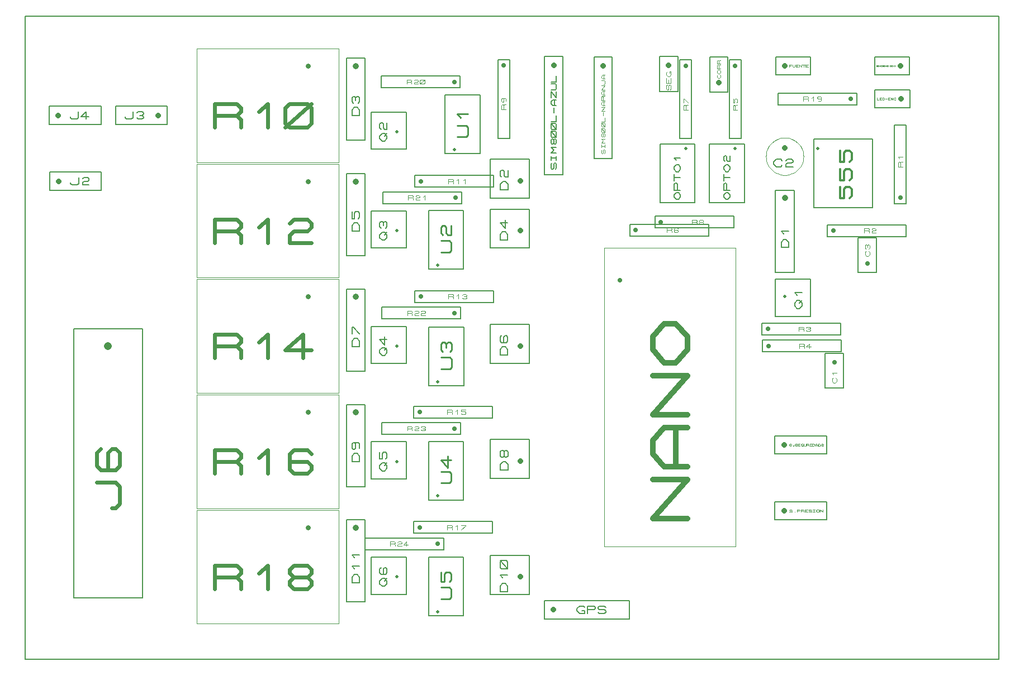
<source format=gbr>
G04 PROTEUS GERBER X2 FILE*
%TF.GenerationSoftware,Labcenter,Proteus,8.11-SP0-Build30052*%
%TF.CreationDate,2022-11-07T16:30:26+00:00*%
%TF.FileFunction,AssemblyDrawing,Top*%
%TF.FilePolarity,Positive*%
%TF.Part,Single*%
%TF.SameCoordinates,{2811b8d5-d4f7-46d7-8bd2-63344e37ddfc}*%
%FSLAX45Y45*%
%MOMM*%
G01*
%TA.AperFunction,Material*%
%ADD27C,0.100000*%
%ADD42C,0.664000*%
%ADD43C,0.875980*%
%ADD28C,0.203200*%
%ADD44C,0.508000*%
%ADD45C,0.155950*%
%ADD46C,0.711200*%
%ADD47C,0.110230*%
%ADD48C,0.302420*%
%ADD49C,0.812800*%
%ADD50C,0.089740*%
%ADD51C,0.133350*%
%ADD52C,0.050800*%
%ADD53C,0.184240*%
%ADD54C,0.111760*%
%ADD55C,0.914400*%
%ADD56C,0.186690*%
%ADD57C,0.180800*%
%ADD58C,0.048680*%
%ADD59C,0.055030*%
%ADD60C,0.780000*%
%ADD61C,0.593260*%
%ADD62C,0.259920*%
%ADD63C,0.190500*%
%ADD64C,0.036680*%
%ADD65C,0.047170*%
%ADD66C,0.082550*%
%ADD67C,0.177800*%
%ADD68C,0.064910*%
%ADD69C,1.219200*%
%ADD74C,0.568960*%
%TA.AperFunction,Profile*%
%ADD26C,0.203200*%
%TD.AperFunction*%
D27*
X-975000Y-1543000D02*
X+1015000Y-1543000D01*
X+1015000Y+2987000D01*
X-975000Y+2987000D01*
X-975000Y-1543000D01*
D42*
X-742000Y+2500000D02*
X-742000Y+2500000D01*
D43*
X+282794Y-1117364D02*
X-242794Y-1117364D01*
X+282794Y-526078D01*
X-242794Y-526078D01*
X+282794Y-328982D02*
X-67598Y-328982D01*
X-242794Y-131887D01*
X-242794Y+65209D01*
X-67598Y+262304D01*
X+282794Y+262304D01*
X+107598Y-328982D02*
X+107598Y+262304D01*
X+282794Y+459400D02*
X-242794Y+459400D01*
X+282794Y+1050686D01*
X-242794Y+1050686D01*
X-67598Y+1247782D02*
X-242794Y+1444877D01*
X-242794Y+1641973D01*
X-67598Y+1839068D01*
X+107598Y+1839068D01*
X+282794Y+1641973D01*
X+282794Y+1444877D01*
X+107598Y+1247782D01*
X-67598Y+1247782D01*
D28*
X-133160Y+3674500D02*
X+395160Y+3674500D01*
X+395160Y+4563500D01*
X-133160Y+4563500D01*
X-133160Y+3674500D01*
D44*
X+258000Y+4500000D02*
X+258000Y+4500000D01*
D45*
X+115405Y+3723650D02*
X+84214Y+3758740D01*
X+84214Y+3793830D01*
X+115405Y+3828920D01*
X+146596Y+3828920D01*
X+177787Y+3793830D01*
X+177787Y+3758740D01*
X+146596Y+3723650D01*
X+115405Y+3723650D01*
X+177787Y+3864010D02*
X+84214Y+3864010D01*
X+84214Y+3951735D01*
X+99809Y+3969280D01*
X+115405Y+3969280D01*
X+131000Y+3951735D01*
X+131000Y+3864010D01*
X+84214Y+4004370D02*
X+84214Y+4109640D01*
X+84214Y+4057005D02*
X+177787Y+4057005D01*
X+115405Y+4144730D02*
X+84214Y+4179820D01*
X+84214Y+4214910D01*
X+115405Y+4250000D01*
X+146596Y+4250000D01*
X+177787Y+4214910D01*
X+177787Y+4179820D01*
X+146596Y+4144730D01*
X+115405Y+4144730D01*
X+115405Y+4320180D02*
X+84214Y+4355270D01*
X+177787Y+4355270D01*
D28*
X+616840Y+3674500D02*
X+1145160Y+3674500D01*
X+1145160Y+4563500D01*
X+616840Y+4563500D01*
X+616840Y+3674500D01*
D44*
X+1008000Y+4500000D02*
X+1008000Y+4500000D01*
D45*
X+865405Y+3723650D02*
X+834214Y+3758740D01*
X+834214Y+3793830D01*
X+865405Y+3828920D01*
X+896596Y+3828920D01*
X+927787Y+3793830D01*
X+927787Y+3758740D01*
X+896596Y+3723650D01*
X+865405Y+3723650D01*
X+927787Y+3864010D02*
X+834214Y+3864010D01*
X+834214Y+3951735D01*
X+849809Y+3969280D01*
X+865405Y+3969280D01*
X+881000Y+3951735D01*
X+881000Y+3864010D01*
X+834214Y+4004370D02*
X+834214Y+4109640D01*
X+834214Y+4057005D02*
X+927787Y+4057005D01*
X+865405Y+4144730D02*
X+834214Y+4179820D01*
X+834214Y+4214910D01*
X+865405Y+4250000D01*
X+896596Y+4250000D01*
X+927787Y+4214910D01*
X+927787Y+4179820D01*
X+896596Y+4144730D01*
X+865405Y+4144730D01*
X+849809Y+4302635D02*
X+834214Y+4320180D01*
X+834214Y+4372815D01*
X+849809Y+4390360D01*
X+865405Y+4390360D01*
X+881000Y+4372815D01*
X+881000Y+4320180D01*
X+896596Y+4302635D01*
X+927787Y+4302635D01*
X+927787Y+4390360D01*
D28*
X+169100Y+4645100D02*
X+346900Y+4645100D01*
X+346900Y+5838900D01*
X+169100Y+5838900D01*
X+169100Y+4645100D01*
D46*
X+258000Y+5750000D02*
X+258000Y+5750000D01*
D47*
X+291071Y+5080558D02*
X+224930Y+5080558D01*
X+224930Y+5142565D01*
X+235953Y+5154967D01*
X+246977Y+5154967D01*
X+258000Y+5142565D01*
X+258000Y+5080558D01*
X+258000Y+5142565D02*
X+269024Y+5154967D01*
X+291071Y+5154967D01*
X+224930Y+5192171D02*
X+224930Y+5254179D01*
X+235953Y+5254179D01*
X+291071Y+5192171D01*
D28*
X-209900Y+3290100D02*
X+983900Y+3290100D01*
X+983900Y+3467900D01*
X-209900Y+3467900D01*
X-209900Y+3290100D01*
D46*
X-121000Y+3379000D02*
X-121000Y+3379000D01*
D47*
X+350018Y+3345929D02*
X+350018Y+3412070D01*
X+412025Y+3412070D01*
X+424427Y+3401047D01*
X+424427Y+3390023D01*
X+412025Y+3379000D01*
X+350018Y+3379000D01*
X+412025Y+3379000D02*
X+424427Y+3367976D01*
X+424427Y+3345929D01*
X+474033Y+3379000D02*
X+461631Y+3390023D01*
X+461631Y+3401047D01*
X+474033Y+3412070D01*
X+511237Y+3412070D01*
X+523639Y+3401047D01*
X+523639Y+3390023D01*
X+511237Y+3379000D01*
X+474033Y+3379000D01*
X+461631Y+3367976D01*
X+461631Y+3356952D01*
X+474033Y+3345929D01*
X+511237Y+3345929D01*
X+523639Y+3356952D01*
X+523639Y+3367976D01*
X+511237Y+3379000D01*
D28*
X-588900Y+3169100D02*
X+604900Y+3169100D01*
X+604900Y+3346900D01*
X-588900Y+3346900D01*
X-588900Y+3169100D01*
D46*
X-500000Y+3258000D02*
X-500000Y+3258000D01*
D47*
X-28982Y+3224929D02*
X-28982Y+3291070D01*
X+33025Y+3291070D01*
X+45427Y+3280047D01*
X+45427Y+3269023D01*
X+33025Y+3258000D01*
X-28982Y+3258000D01*
X+33025Y+3258000D02*
X+45427Y+3246976D01*
X+45427Y+3224929D01*
X+144639Y+3280047D02*
X+132237Y+3291070D01*
X+95033Y+3291070D01*
X+82631Y+3280047D01*
X+82631Y+3235952D01*
X+95033Y+3224929D01*
X+132237Y+3224929D01*
X+144639Y+3235952D01*
X+144639Y+3246976D01*
X+132237Y+3258000D01*
X+82631Y+3258000D01*
D28*
X+919100Y+4645100D02*
X+1096900Y+4645100D01*
X+1096900Y+5838900D01*
X+919100Y+5838900D01*
X+919100Y+4645100D01*
D46*
X+1008000Y+5750000D02*
X+1008000Y+5750000D01*
D47*
X+1041071Y+5080558D02*
X+974930Y+5080558D01*
X+974930Y+5142565D01*
X+985953Y+5154967D01*
X+996977Y+5154967D01*
X+1008000Y+5142565D01*
X+1008000Y+5080558D01*
X+1008000Y+5142565D02*
X+1019024Y+5154967D01*
X+1041071Y+5154967D01*
X+974930Y+5254179D02*
X+974930Y+5192171D01*
X+996977Y+5192171D01*
X+996977Y+5241777D01*
X+1008000Y+5254179D01*
X+1030048Y+5254179D01*
X+1041071Y+5241777D01*
X+1041071Y+5204573D01*
X+1030048Y+5192171D01*
D28*
X+2194500Y+3600840D02*
X+3083500Y+3600840D01*
X+3083500Y+4637160D01*
X+2194500Y+4637160D01*
X+2194500Y+3600840D01*
D44*
X+2258000Y+4500000D02*
X+2258000Y+4500000D01*
D48*
X+2592721Y+3914860D02*
X+2592721Y+3744744D01*
X+2653207Y+3744744D01*
X+2653207Y+3880837D01*
X+2683450Y+3914860D01*
X+2743936Y+3914860D01*
X+2774179Y+3880837D01*
X+2774179Y+3778767D01*
X+2743936Y+3744744D01*
X+2592721Y+4187046D02*
X+2592721Y+4016930D01*
X+2653207Y+4016930D01*
X+2653207Y+4153023D01*
X+2683450Y+4187046D01*
X+2743936Y+4187046D01*
X+2774179Y+4153023D01*
X+2774179Y+4050953D01*
X+2743936Y+4016930D01*
X+2592721Y+4459232D02*
X+2592721Y+4289116D01*
X+2653207Y+4289116D01*
X+2653207Y+4425209D01*
X+2683450Y+4459232D01*
X+2743936Y+4459232D01*
X+2774179Y+4425209D01*
X+2774179Y+4323139D01*
X+2743936Y+4289116D01*
D28*
X-1129160Y+4342840D02*
X-854840Y+4342840D01*
X-854840Y+5887160D01*
X-1129160Y+5887160D01*
X-1129160Y+4342840D01*
D49*
X-992000Y+5750000D02*
X-992000Y+5750000D01*
D50*
X-974050Y+4420318D02*
X-965076Y+4430414D01*
X-965076Y+4470799D01*
X-974050Y+4480896D01*
X-983025Y+4480896D01*
X-992000Y+4470799D01*
X-992000Y+4430414D01*
X-1000974Y+4420318D01*
X-1009949Y+4420318D01*
X-1018923Y+4430414D01*
X-1018923Y+4470799D01*
X-1009949Y+4480896D01*
X-1018923Y+4511185D02*
X-1018923Y+4551570D01*
X-1018923Y+4531378D02*
X-965076Y+4531378D01*
X-965076Y+4511185D02*
X-965076Y+4551570D01*
X-965076Y+4581860D02*
X-1018923Y+4581860D01*
X-992000Y+4612149D01*
X-1018923Y+4642438D01*
X-965076Y+4642438D01*
X-992000Y+4682823D02*
X-1000974Y+4672727D01*
X-1009949Y+4672727D01*
X-1018923Y+4682823D01*
X-1018923Y+4713112D01*
X-1009949Y+4723209D01*
X-1000974Y+4723209D01*
X-992000Y+4713112D01*
X-992000Y+4682823D01*
X-983025Y+4672727D01*
X-974050Y+4672727D01*
X-965076Y+4682823D01*
X-965076Y+4713112D01*
X-974050Y+4723209D01*
X-983025Y+4723209D01*
X-992000Y+4713112D01*
X-974050Y+4743402D02*
X-1009949Y+4743402D01*
X-1018923Y+4753498D01*
X-1018923Y+4793883D01*
X-1009949Y+4803980D01*
X-974050Y+4803980D01*
X-965076Y+4793883D01*
X-965076Y+4753498D01*
X-974050Y+4743402D01*
X-965076Y+4743402D02*
X-1018923Y+4803980D01*
X-974050Y+4824173D02*
X-1009949Y+4824173D01*
X-1018923Y+4834269D01*
X-1018923Y+4874654D01*
X-1009949Y+4884751D01*
X-974050Y+4884751D01*
X-965076Y+4874654D01*
X-965076Y+4834269D01*
X-974050Y+4824173D01*
X-965076Y+4824173D02*
X-1018923Y+4884751D01*
X-1018923Y+4904944D02*
X-965076Y+4904944D01*
X-965076Y+4965522D01*
X-992000Y+4995811D02*
X-992000Y+5046293D01*
X-965076Y+5066486D02*
X-1018923Y+5066486D01*
X-965076Y+5127064D01*
X-1018923Y+5127064D01*
X-965076Y+5147257D02*
X-1000974Y+5147257D01*
X-1018923Y+5167449D01*
X-1018923Y+5187642D01*
X-1000974Y+5207835D01*
X-965076Y+5207835D01*
X-983025Y+5147257D02*
X-983025Y+5207835D01*
X-965076Y+5228028D02*
X-1018923Y+5228028D01*
X-1018923Y+5278509D01*
X-1009949Y+5288606D01*
X-1000974Y+5288606D01*
X-992000Y+5278509D01*
X-992000Y+5228028D01*
X-992000Y+5278509D02*
X-983025Y+5288606D01*
X-965076Y+5288606D01*
X-965076Y+5308799D02*
X-1000974Y+5308799D01*
X-1018923Y+5328991D01*
X-1018923Y+5349184D01*
X-1000974Y+5369377D01*
X-965076Y+5369377D01*
X-983025Y+5308799D02*
X-983025Y+5369377D01*
X-965076Y+5389570D02*
X-1018923Y+5389570D01*
X-965076Y+5450148D01*
X-1018923Y+5450148D01*
X-983025Y+5470341D02*
X-974050Y+5470341D01*
X-965076Y+5480437D01*
X-965076Y+5520822D01*
X-974050Y+5530919D01*
X-1018923Y+5530919D01*
X-965076Y+5551112D02*
X-1000974Y+5551112D01*
X-1018923Y+5571304D01*
X-1018923Y+5591497D01*
X-1000974Y+5611690D01*
X-965076Y+5611690D01*
X-983025Y+5551112D02*
X-983025Y+5611690D01*
D28*
X-1879160Y+4096840D02*
X-1604840Y+4096840D01*
X-1604840Y+5895160D01*
X-1879160Y+5895160D01*
X-1879160Y+4096840D01*
D49*
X-1742000Y+5758000D02*
X-1742000Y+5758000D01*
D51*
X-1715330Y+4187010D02*
X-1701995Y+4202011D01*
X-1701995Y+4262019D01*
X-1715330Y+4277021D01*
X-1728665Y+4277021D01*
X-1742000Y+4262019D01*
X-1742000Y+4202011D01*
X-1755335Y+4187010D01*
X-1768670Y+4187010D01*
X-1782005Y+4202011D01*
X-1782005Y+4262019D01*
X-1768670Y+4277021D01*
X-1782005Y+4322026D02*
X-1782005Y+4382034D01*
X-1782005Y+4352030D02*
X-1701995Y+4352030D01*
X-1701995Y+4322026D02*
X-1701995Y+4382034D01*
X-1701995Y+4427040D02*
X-1782005Y+4427040D01*
X-1742000Y+4472045D01*
X-1782005Y+4517051D01*
X-1701995Y+4517051D01*
X-1742000Y+4577058D02*
X-1755335Y+4562056D01*
X-1768670Y+4562056D01*
X-1782005Y+4577058D01*
X-1782005Y+4622064D01*
X-1768670Y+4637066D01*
X-1755335Y+4637066D01*
X-1742000Y+4622064D01*
X-1742000Y+4577058D01*
X-1728665Y+4562056D01*
X-1715330Y+4562056D01*
X-1701995Y+4577058D01*
X-1701995Y+4622064D01*
X-1715330Y+4637066D01*
X-1728665Y+4637066D01*
X-1742000Y+4622064D01*
X-1715330Y+4667070D02*
X-1768670Y+4667070D01*
X-1782005Y+4682071D01*
X-1782005Y+4742079D01*
X-1768670Y+4757081D01*
X-1715330Y+4757081D01*
X-1701995Y+4742079D01*
X-1701995Y+4682071D01*
X-1715330Y+4667070D01*
X-1701995Y+4667070D02*
X-1782005Y+4757081D01*
X-1715330Y+4787085D02*
X-1768670Y+4787085D01*
X-1782005Y+4802086D01*
X-1782005Y+4862094D01*
X-1768670Y+4877096D01*
X-1715330Y+4877096D01*
X-1701995Y+4862094D01*
X-1701995Y+4802086D01*
X-1715330Y+4787085D01*
X-1701995Y+4787085D02*
X-1782005Y+4877096D01*
X-1782005Y+4907100D02*
X-1701995Y+4907100D01*
X-1701995Y+4997111D01*
X-1742000Y+5042116D02*
X-1742000Y+5117126D01*
X-1701995Y+5147130D02*
X-1755335Y+5147130D01*
X-1782005Y+5177133D01*
X-1782005Y+5207137D01*
X-1755335Y+5237141D01*
X-1701995Y+5237141D01*
X-1728665Y+5147130D02*
X-1728665Y+5237141D01*
X-1782005Y+5267145D02*
X-1782005Y+5357156D01*
X-1701995Y+5267145D01*
X-1701995Y+5357156D01*
X-1782005Y+5387160D02*
X-1715330Y+5387160D01*
X-1701995Y+5402161D01*
X-1701995Y+5462169D01*
X-1715330Y+5477171D01*
X-1782005Y+5477171D01*
X-1782005Y+5507175D02*
X-1701995Y+5507175D01*
X-1701995Y+5597186D01*
D28*
X+3419100Y+3661100D02*
X+3596900Y+3661100D01*
X+3596900Y+4854900D01*
X+3419100Y+4854900D01*
X+3419100Y+3661100D01*
D46*
X+3508000Y+3750000D02*
X+3508000Y+3750000D01*
D47*
X+3541071Y+4221018D02*
X+3474930Y+4221018D01*
X+3474930Y+4283025D01*
X+3485953Y+4295427D01*
X+3496977Y+4295427D01*
X+3508000Y+4283025D01*
X+3508000Y+4221018D01*
X+3508000Y+4283025D02*
X+3519024Y+4295427D01*
X+3541071Y+4295427D01*
X+3496977Y+4345033D02*
X+3474930Y+4369836D01*
X+3541071Y+4369836D01*
D28*
X+2403100Y+3161100D02*
X+3596900Y+3161100D01*
X+3596900Y+3338900D01*
X+2403100Y+3338900D01*
X+2403100Y+3161100D01*
D46*
X+2492000Y+3250000D02*
X+2492000Y+3250000D01*
D47*
X+2963018Y+3216929D02*
X+2963018Y+3283070D01*
X+3025025Y+3283070D01*
X+3037427Y+3272047D01*
X+3037427Y+3261023D01*
X+3025025Y+3250000D01*
X+2963018Y+3250000D01*
X+3025025Y+3250000D02*
X+3037427Y+3238976D01*
X+3037427Y+3216929D01*
X+3074631Y+3272047D02*
X+3087033Y+3283070D01*
X+3124237Y+3283070D01*
X+3136639Y+3272047D01*
X+3136639Y+3261023D01*
X+3124237Y+3250000D01*
X+3087033Y+3250000D01*
X+3074631Y+3238976D01*
X+3074631Y+3216929D01*
X+3136639Y+3216929D01*
D52*
X+2041980Y+4376080D02*
X+2041062Y+4398894D01*
X+2033609Y+4444523D01*
X+2018062Y+4490152D01*
X+1992820Y+4535781D01*
X+1954278Y+4581311D01*
X+1908649Y+4616807D01*
X+1863020Y+4639927D01*
X+1817391Y+4653780D01*
X+1771762Y+4659726D01*
X+1758000Y+4660060D01*
X+1474020Y+4376080D02*
X+1474938Y+4398894D01*
X+1482391Y+4444523D01*
X+1497938Y+4490152D01*
X+1523180Y+4535781D01*
X+1561722Y+4581311D01*
X+1607351Y+4616807D01*
X+1652980Y+4639927D01*
X+1698609Y+4653780D01*
X+1744238Y+4659726D01*
X+1758000Y+4660060D01*
X+1474020Y+4376080D02*
X+1474938Y+4353266D01*
X+1482391Y+4307637D01*
X+1497938Y+4262008D01*
X+1523180Y+4216379D01*
X+1561722Y+4170849D01*
X+1607351Y+4135353D01*
X+1652980Y+4112233D01*
X+1698609Y+4098380D01*
X+1744238Y+4092434D01*
X+1758000Y+4092100D01*
X+2041980Y+4376080D02*
X+2041062Y+4353266D01*
X+2033609Y+4307637D01*
X+2018062Y+4262008D01*
X+1992820Y+4216379D01*
X+1954278Y+4170849D01*
X+1908649Y+4135353D01*
X+1863020Y+4112233D01*
X+1817391Y+4098380D01*
X+1771762Y+4092434D01*
X+1758000Y+4092100D01*
D49*
X+1758000Y+4504000D02*
X+1758000Y+4504000D01*
D53*
X+1716546Y+4239612D02*
X+1695819Y+4221188D01*
X+1633638Y+4221188D01*
X+1592184Y+4258036D01*
X+1592184Y+4294884D01*
X+1633638Y+4331732D01*
X+1695819Y+4331732D01*
X+1716546Y+4313308D01*
X+1778727Y+4313308D02*
X+1799454Y+4331732D01*
X+1861635Y+4331732D01*
X+1882362Y+4313308D01*
X+1882362Y+4294884D01*
X+1861635Y+4276460D01*
X+1799454Y+4276460D01*
X+1778727Y+4258036D01*
X+1778727Y+4221188D01*
X+1882362Y+4221188D01*
D28*
X+2870840Y+2612840D02*
X+3145160Y+2612840D01*
X+3145160Y+3141160D01*
X+2870840Y+3141160D01*
X+2870840Y+2612840D01*
D46*
X+3008000Y+2750000D02*
X+3008000Y+2750000D01*
D54*
X+3030352Y+2938214D02*
X+3041528Y+2925641D01*
X+3041528Y+2887922D01*
X+3019176Y+2862776D01*
X+2996824Y+2862776D01*
X+2974472Y+2887922D01*
X+2974472Y+2925641D01*
X+2985648Y+2938214D01*
X+2985648Y+2975933D02*
X+2974472Y+2988506D01*
X+2974472Y+3026225D01*
X+2985648Y+3038798D01*
X+2996824Y+3038798D01*
X+3008000Y+3026225D01*
X+3019176Y+3038798D01*
X+3030352Y+3038798D01*
X+3041528Y+3026225D01*
X+3041528Y+2988506D01*
X+3030352Y+2975933D01*
X+3008000Y+3001079D02*
X+3008000Y+3026225D01*
D28*
X+1615760Y+2619700D02*
X+1902780Y+2619700D01*
X+1902780Y+3864300D01*
X+1615760Y+3864300D01*
X+1615760Y+2619700D01*
D55*
X+1758000Y+3750000D02*
X+1758000Y+3750000D01*
D56*
X+1815277Y+2993969D02*
X+1703263Y+2993969D01*
X+1703263Y+3077979D01*
X+1740601Y+3119984D01*
X+1777939Y+3119984D01*
X+1815277Y+3077979D01*
X+1815277Y+2993969D01*
X+1740601Y+3203995D02*
X+1703263Y+3246000D01*
X+1815277Y+3246000D01*
D28*
X+1616840Y+1951440D02*
X+2145160Y+1951440D01*
X+2145160Y+2514160D01*
X+1616840Y+2514160D01*
X+1616840Y+1951440D01*
D44*
X+1754000Y+2250000D02*
X+1754000Y+2250000D01*
D57*
X+1944200Y+2070080D02*
X+1908040Y+2110760D01*
X+1908040Y+2151440D01*
X+1944200Y+2192120D01*
X+1980360Y+2192120D01*
X+2016520Y+2151440D01*
X+2016520Y+2110760D01*
X+1980360Y+2070080D01*
X+1944200Y+2070080D01*
X+1980360Y+2151440D02*
X+2016520Y+2192120D01*
X+1944200Y+2273480D02*
X+1908040Y+2314160D01*
X+2016520Y+2314160D01*
D28*
X+1411100Y+1669100D02*
X+2604900Y+1669100D01*
X+2604900Y+1846900D01*
X+1411100Y+1846900D01*
X+1411100Y+1669100D01*
D46*
X+1500000Y+1758000D02*
X+1500000Y+1758000D01*
D47*
X+1971018Y+1724929D02*
X+1971018Y+1791070D01*
X+2033025Y+1791070D01*
X+2045427Y+1780047D01*
X+2045427Y+1769023D01*
X+2033025Y+1758000D01*
X+1971018Y+1758000D01*
X+2033025Y+1758000D02*
X+2045427Y+1746976D01*
X+2045427Y+1724929D01*
X+2082631Y+1780047D02*
X+2095033Y+1791070D01*
X+2132237Y+1791070D01*
X+2144639Y+1780047D01*
X+2144639Y+1769023D01*
X+2132237Y+1758000D01*
X+2144639Y+1746976D01*
X+2144639Y+1735952D01*
X+2132237Y+1724929D01*
X+2095033Y+1724929D01*
X+2082631Y+1735952D01*
X+2107434Y+1758000D02*
X+2132237Y+1758000D01*
D28*
X+1419100Y+1411100D02*
X+2612900Y+1411100D01*
X+2612900Y+1588900D01*
X+1419100Y+1588900D01*
X+1419100Y+1411100D01*
D46*
X+1508000Y+1500000D02*
X+1508000Y+1500000D01*
D47*
X+1979018Y+1466929D02*
X+1979018Y+1533070D01*
X+2041025Y+1533070D01*
X+2053427Y+1522047D01*
X+2053427Y+1511023D01*
X+2041025Y+1500000D01*
X+1979018Y+1500000D01*
X+2041025Y+1500000D02*
X+2053427Y+1488976D01*
X+2053427Y+1466929D01*
X+2152639Y+1488976D02*
X+2078230Y+1488976D01*
X+2127836Y+1533070D01*
X+2127836Y+1466929D01*
D28*
X+2370840Y+862840D02*
X+2645160Y+862840D01*
X+2645160Y+1391160D01*
X+2370840Y+1391160D01*
X+2370840Y+862840D01*
D46*
X+2508000Y+1254000D02*
X+2508000Y+1254000D01*
D54*
X+2530352Y+1015494D02*
X+2541528Y+1002921D01*
X+2541528Y+965202D01*
X+2519176Y+940056D01*
X+2496824Y+940056D01*
X+2474472Y+965202D01*
X+2474472Y+1002921D01*
X+2485648Y+1015494D01*
X+2496824Y+1065786D02*
X+2474472Y+1090932D01*
X+2541528Y+1090932D01*
D28*
X+1608840Y-137160D02*
X+2391160Y-137160D01*
X+2391160Y+137160D01*
X+1608840Y+137160D01*
X+1608840Y-137160D01*
D49*
X+1746000Y+0D02*
X+1746000Y+0D01*
D58*
X+1826016Y-9737D02*
X+1831492Y-14605D01*
X+1853399Y-14605D01*
X+1858876Y-9737D01*
X+1858876Y-4868D01*
X+1853399Y+0D01*
X+1831492Y+0D01*
X+1826016Y+4868D01*
X+1826016Y+9737D01*
X+1831492Y+14605D01*
X+1853399Y+14605D01*
X+1858876Y+9737D01*
X+1886260Y-9737D02*
X+1891737Y-9737D01*
X+1891737Y-14605D01*
X+1886260Y-14605D01*
X+1886260Y-9737D01*
X+1913644Y-9737D02*
X+1919120Y-14605D01*
X+1941027Y-14605D01*
X+1946504Y-9737D01*
X+1946504Y-4868D01*
X+1941027Y+0D01*
X+1919120Y+0D01*
X+1913644Y+4868D01*
X+1913644Y+9737D01*
X+1919120Y+14605D01*
X+1941027Y+14605D01*
X+1946504Y+9737D01*
X+1990318Y-14605D02*
X+1957458Y-14605D01*
X+1957458Y+14605D01*
X+1990318Y+14605D01*
X+1957458Y+0D02*
X+1979365Y+0D01*
X+2023179Y-4868D02*
X+2034132Y-4868D01*
X+2034132Y-14605D01*
X+2012225Y-14605D01*
X+2001272Y-4868D01*
X+2001272Y+4868D01*
X+2012225Y+14605D01*
X+2028655Y+14605D01*
X+2034132Y+9737D01*
X+2045086Y+14605D02*
X+2045086Y-9737D01*
X+2050562Y-14605D01*
X+2072469Y-14605D01*
X+2077946Y-9737D01*
X+2077946Y+14605D01*
X+2088900Y-14605D02*
X+2088900Y+14605D01*
X+2116283Y+14605D01*
X+2121760Y+9737D01*
X+2121760Y+4868D01*
X+2116283Y+0D01*
X+2088900Y+0D01*
X+2116283Y+0D02*
X+2121760Y-4868D01*
X+2121760Y-14605D01*
X+2138190Y+14605D02*
X+2160097Y+14605D01*
X+2149144Y+14605D02*
X+2149144Y-14605D01*
X+2138190Y-14605D02*
X+2160097Y-14605D01*
X+2176528Y-14605D02*
X+2176528Y+14605D01*
X+2198435Y+14605D01*
X+2209388Y+4868D01*
X+2209388Y-4868D01*
X+2198435Y-14605D01*
X+2176528Y-14605D01*
X+2220342Y-14605D02*
X+2220342Y+4868D01*
X+2231295Y+14605D01*
X+2242249Y+14605D01*
X+2253202Y+4868D01*
X+2253202Y-14605D01*
X+2220342Y-4868D02*
X+2253202Y-4868D01*
X+2264156Y-14605D02*
X+2264156Y+14605D01*
X+2286063Y+14605D01*
X+2297016Y+4868D01*
X+2297016Y-4868D01*
X+2286063Y-14605D01*
X+2264156Y-14605D01*
X+2313446Y+9737D02*
X+2318923Y+14605D01*
X+2335353Y+14605D01*
X+2340830Y+9737D01*
X+2340830Y+4868D01*
X+2335353Y+0D01*
X+2318923Y+0D01*
X+2313446Y-4868D01*
X+2313446Y-14605D01*
X+2340830Y-14605D01*
D28*
X-137160Y+5362840D02*
X+137160Y+5362840D01*
X+137160Y+5891160D01*
X-137160Y+5891160D01*
X-137160Y+5362840D01*
D49*
X+0Y+5754000D02*
X+0Y+5754000D01*
D47*
X+22014Y+5389512D02*
X+33020Y+5401894D01*
X+33020Y+5451423D01*
X+22014Y+5463806D01*
X+11007Y+5463806D01*
X+0Y+5451423D01*
X+0Y+5401894D01*
X-11006Y+5389512D01*
X-22013Y+5389512D01*
X-33019Y+5401894D01*
X-33019Y+5451423D01*
X-22013Y+5463806D01*
X+33020Y+5562865D02*
X+33020Y+5488571D01*
X-33019Y+5488571D01*
X-33019Y+5562865D01*
X+0Y+5488571D02*
X+0Y+5538100D01*
X+11007Y+5637159D02*
X+11007Y+5661924D01*
X+33020Y+5661924D01*
X+33020Y+5612394D01*
X+11007Y+5587630D01*
X-11006Y+5587630D01*
X-33019Y+5612394D01*
X-33019Y+5649541D01*
X-22013Y+5661924D01*
D28*
X+1620840Y+5612840D02*
X+2149160Y+5612840D01*
X+2149160Y+5887160D01*
X+1620840Y+5887160D01*
X+1620840Y+5612840D01*
D49*
X+1758000Y+5750000D02*
X+1758000Y+5750000D01*
D59*
X+1825313Y+5733490D02*
X+1825313Y+5766510D01*
X+1862459Y+5766510D01*
X+1825313Y+5750000D02*
X+1850077Y+5750000D01*
X+1874842Y+5766510D02*
X+1874842Y+5738993D01*
X+1881033Y+5733490D01*
X+1905797Y+5733490D01*
X+1911988Y+5738993D01*
X+1911988Y+5766510D01*
X+1961517Y+5733490D02*
X+1924371Y+5733490D01*
X+1924371Y+5766510D01*
X+1961517Y+5766510D01*
X+1924371Y+5750000D02*
X+1949135Y+5750000D01*
X+1973900Y+5733490D02*
X+1973900Y+5766510D01*
X+2011046Y+5733490D01*
X+2011046Y+5766510D01*
X+2023429Y+5766510D02*
X+2060575Y+5766510D01*
X+2042002Y+5766510D02*
X+2042002Y+5733490D01*
X+2110104Y+5733490D02*
X+2072958Y+5733490D01*
X+2072958Y+5766510D01*
X+2110104Y+5766510D01*
X+2072958Y+5750000D02*
X+2097722Y+5750000D01*
D27*
X-7152000Y+4288000D02*
X-5002000Y+4288000D01*
X-5002000Y+6012000D01*
X-7152000Y+6012000D01*
X-7152000Y+4288000D01*
D60*
X-5462000Y+5750000D02*
X-5462000Y+5750000D01*
D61*
X-6877913Y+4819019D02*
X-6877913Y+5174981D01*
X-6544200Y+5174981D01*
X-6477457Y+5115654D01*
X-6477457Y+5056327D01*
X-6544200Y+4997000D01*
X-6877913Y+4997000D01*
X-6544200Y+4997000D02*
X-6477457Y+4937673D01*
X-6477457Y+4819019D01*
X-6210486Y+5056327D02*
X-6077000Y+5174981D01*
X-6077000Y+4819019D01*
X-5810029Y+4878346D02*
X-5810029Y+5115654D01*
X-5743287Y+5174981D01*
X-5476316Y+5174981D01*
X-5409573Y+5115654D01*
X-5409573Y+4878346D01*
X-5476316Y+4819019D01*
X-5743287Y+4819019D01*
X-5810029Y+4878346D01*
X-5810029Y+4819019D02*
X-5409573Y+5174981D01*
D27*
X-7152000Y+2538000D02*
X-5002000Y+2538000D01*
X-5002000Y+4262000D01*
X-7152000Y+4262000D01*
X-7152000Y+2538000D01*
D60*
X-5462000Y+4000000D02*
X-5462000Y+4000000D01*
D61*
X-6877913Y+3069019D02*
X-6877913Y+3424981D01*
X-6544200Y+3424981D01*
X-6477457Y+3365654D01*
X-6477457Y+3306327D01*
X-6544200Y+3247000D01*
X-6877913Y+3247000D01*
X-6544200Y+3247000D02*
X-6477457Y+3187673D01*
X-6477457Y+3069019D01*
X-6210486Y+3306327D02*
X-6077000Y+3424981D01*
X-6077000Y+3069019D01*
X-5743287Y+3365654D02*
X-5676544Y+3424981D01*
X-5476316Y+3424981D01*
X-5409573Y+3365654D01*
X-5409573Y+3306327D01*
X-5476316Y+3247000D01*
X-5676544Y+3247000D01*
X-5743287Y+3187673D01*
X-5743287Y+3069019D01*
X-5409573Y+3069019D01*
D27*
X-7152000Y+788000D02*
X-5002000Y+788000D01*
X-5002000Y+2512000D01*
X-7152000Y+2512000D01*
X-7152000Y+788000D01*
D60*
X-5462000Y+2250000D02*
X-5462000Y+2250000D01*
D61*
X-6877913Y+1319019D02*
X-6877913Y+1674981D01*
X-6544200Y+1674981D01*
X-6477457Y+1615654D01*
X-6477457Y+1556327D01*
X-6544200Y+1497000D01*
X-6877913Y+1497000D01*
X-6544200Y+1497000D02*
X-6477457Y+1437673D01*
X-6477457Y+1319019D01*
X-6210486Y+1556327D02*
X-6077000Y+1674981D01*
X-6077000Y+1319019D01*
X-5409573Y+1437673D02*
X-5810029Y+1437673D01*
X-5543058Y+1674981D01*
X-5543058Y+1319019D01*
D27*
X-7152000Y-962000D02*
X-5002000Y-962000D01*
X-5002000Y+762000D01*
X-7152000Y+762000D01*
X-7152000Y-962000D01*
D60*
X-5462000Y+500000D02*
X-5462000Y+500000D01*
D61*
X-6877913Y-430981D02*
X-6877913Y-75019D01*
X-6544200Y-75019D01*
X-6477457Y-134346D01*
X-6477457Y-193673D01*
X-6544200Y-253000D01*
X-6877913Y-253000D01*
X-6544200Y-253000D02*
X-6477457Y-312327D01*
X-6477457Y-430981D01*
X-6210486Y-193673D02*
X-6077000Y-75019D01*
X-6077000Y-430981D01*
X-5409573Y-134346D02*
X-5476316Y-75019D01*
X-5676544Y-75019D01*
X-5743287Y-134346D01*
X-5743287Y-371654D01*
X-5676544Y-430981D01*
X-5476316Y-430981D01*
X-5409573Y-371654D01*
X-5409573Y-312327D01*
X-5476316Y-253000D01*
X-5743287Y-253000D01*
D27*
X-7152000Y-2712000D02*
X-5002000Y-2712000D01*
X-5002000Y-988000D01*
X-7152000Y-988000D01*
X-7152000Y-2712000D01*
D60*
X-5462000Y-1250000D02*
X-5462000Y-1250000D01*
D61*
X-6877913Y-2180981D02*
X-6877913Y-1825019D01*
X-6544200Y-1825019D01*
X-6477457Y-1884346D01*
X-6477457Y-1943673D01*
X-6544200Y-2003000D01*
X-6877913Y-2003000D01*
X-6544200Y-2003000D02*
X-6477457Y-2062327D01*
X-6477457Y-2180981D01*
X-6210486Y-1943673D02*
X-6077000Y-1825019D01*
X-6077000Y-2180981D01*
X-5676544Y-2003000D02*
X-5743287Y-1943673D01*
X-5743287Y-1884346D01*
X-5676544Y-1825019D01*
X-5476316Y-1825019D01*
X-5409573Y-1884346D01*
X-5409573Y-1943673D01*
X-5476316Y-2003000D01*
X-5676544Y-2003000D01*
X-5743287Y-2062327D01*
X-5743287Y-2121654D01*
X-5676544Y-2180981D01*
X-5476316Y-2180981D01*
X-5409573Y-2121654D01*
X-5409573Y-2062327D01*
X-5476316Y-2003000D01*
D28*
X-3387160Y+4416500D02*
X-2858840Y+4416500D01*
X-2858840Y+5305500D01*
X-3387160Y+5305500D01*
X-3387160Y+4416500D01*
D44*
X-3250000Y+4480000D02*
X-3250000Y+4480000D01*
D62*
X-3200977Y+4671517D02*
X-3071014Y+4671517D01*
X-3045022Y+4700758D01*
X-3045022Y+4817725D01*
X-3071014Y+4846966D01*
X-3200977Y+4846966D01*
X-3148992Y+4963933D02*
X-3200977Y+5022416D01*
X-3045022Y+5022416D01*
D28*
X-3637160Y+2666500D02*
X-3108840Y+2666500D01*
X-3108840Y+3555500D01*
X-3637160Y+3555500D01*
X-3637160Y+2666500D01*
D44*
X-3500000Y+2730000D02*
X-3500000Y+2730000D01*
D62*
X-3450977Y+2921517D02*
X-3321014Y+2921517D01*
X-3295022Y+2950758D01*
X-3295022Y+3067725D01*
X-3321014Y+3096966D01*
X-3450977Y+3096966D01*
X-3424985Y+3184691D02*
X-3450977Y+3213933D01*
X-3450977Y+3301658D01*
X-3424985Y+3330899D01*
X-3398992Y+3330899D01*
X-3373000Y+3301658D01*
X-3373000Y+3213933D01*
X-3347007Y+3184691D01*
X-3295022Y+3184691D01*
X-3295022Y+3330899D01*
D28*
X-3633160Y+896500D02*
X-3104840Y+896500D01*
X-3104840Y+1785500D01*
X-3633160Y+1785500D01*
X-3633160Y+896500D01*
D44*
X-3496000Y+960000D02*
X-3496000Y+960000D01*
D62*
X-3446977Y+1151517D02*
X-3317014Y+1151517D01*
X-3291022Y+1180758D01*
X-3291022Y+1297725D01*
X-3317014Y+1326966D01*
X-3446977Y+1326966D01*
X-3420985Y+1414691D02*
X-3446977Y+1443933D01*
X-3446977Y+1531658D01*
X-3420985Y+1560899D01*
X-3394992Y+1560899D01*
X-3369000Y+1531658D01*
X-3343007Y+1560899D01*
X-3317014Y+1560899D01*
X-3291022Y+1531658D01*
X-3291022Y+1443933D01*
X-3317014Y+1414691D01*
X-3369000Y+1473174D02*
X-3369000Y+1531658D01*
D28*
X-3637160Y-833500D02*
X-3108840Y-833500D01*
X-3108840Y+55500D01*
X-3637160Y+55500D01*
X-3637160Y-833500D01*
D44*
X-3500000Y-770000D02*
X-3500000Y-770000D01*
D62*
X-3450977Y-578483D02*
X-3321014Y-578483D01*
X-3295022Y-549242D01*
X-3295022Y-432275D01*
X-3321014Y-403034D01*
X-3450977Y-403034D01*
X-3347007Y-169101D02*
X-3347007Y-344550D01*
X-3450977Y-227584D01*
X-3295022Y-227584D01*
D28*
X-3637160Y-2591500D02*
X-3108840Y-2591500D01*
X-3108840Y-1702500D01*
X-3637160Y-1702500D01*
X-3637160Y-2591500D01*
D44*
X-3500000Y-2528000D02*
X-3500000Y-2528000D01*
D62*
X-3450977Y-2336483D02*
X-3321014Y-2336483D01*
X-3295022Y-2307242D01*
X-3295022Y-2190275D01*
X-3321014Y-2161034D01*
X-3450977Y-2161034D01*
X-3450977Y-1927101D02*
X-3450977Y-2073309D01*
X-3398992Y-2073309D01*
X-3398992Y-1956342D01*
X-3373000Y-1927101D01*
X-3321014Y-1927101D01*
X-3295022Y-1956342D01*
X-3295022Y-2044067D01*
X-3321014Y-2073309D01*
D28*
X-2588900Y+4653100D02*
X-2411100Y+4653100D01*
X-2411100Y+5846900D01*
X-2588900Y+5846900D01*
X-2588900Y+4653100D01*
D46*
X-2500000Y+5758000D02*
X-2500000Y+5758000D01*
D47*
X-2466929Y+5088558D02*
X-2533070Y+5088558D01*
X-2533070Y+5150565D01*
X-2522047Y+5162967D01*
X-2511023Y+5162967D01*
X-2500000Y+5150565D01*
X-2500000Y+5088558D01*
X-2500000Y+5150565D02*
X-2488976Y+5162967D01*
X-2466929Y+5162967D01*
X-2511023Y+5262179D02*
X-2500000Y+5249777D01*
X-2500000Y+5212573D01*
X-2511023Y+5200171D01*
X-2522047Y+5200171D01*
X-2533070Y+5212573D01*
X-2533070Y+5249777D01*
X-2522047Y+5262179D01*
X-2477952Y+5262179D01*
X-2466929Y+5249777D01*
X-2466929Y+5212573D01*
D28*
X-3846900Y+3911100D02*
X-2653100Y+3911100D01*
X-2653100Y+4088900D01*
X-3846900Y+4088900D01*
X-3846900Y+3911100D01*
D46*
X-3758000Y+4000000D02*
X-3758000Y+4000000D01*
D47*
X-3336588Y+3966929D02*
X-3336588Y+4033070D01*
X-3274581Y+4033070D01*
X-3262179Y+4022047D01*
X-3262179Y+4011023D01*
X-3274581Y+4000000D01*
X-3336588Y+4000000D01*
X-3274581Y+4000000D02*
X-3262179Y+3988976D01*
X-3262179Y+3966929D01*
X-3212573Y+4011023D02*
X-3187770Y+4033070D01*
X-3187770Y+3966929D01*
X-3113361Y+4011023D02*
X-3088558Y+4033070D01*
X-3088558Y+3966929D01*
D28*
X-3846900Y+2161100D02*
X-2653100Y+2161100D01*
X-2653100Y+2338900D01*
X-3846900Y+2338900D01*
X-3846900Y+2161100D01*
D46*
X-3758000Y+2250000D02*
X-3758000Y+2250000D01*
D47*
X-3336588Y+2216929D02*
X-3336588Y+2283070D01*
X-3274581Y+2283070D01*
X-3262179Y+2272047D01*
X-3262179Y+2261023D01*
X-3274581Y+2250000D01*
X-3336588Y+2250000D01*
X-3274581Y+2250000D02*
X-3262179Y+2238976D01*
X-3262179Y+2216929D01*
X-3212573Y+2261023D02*
X-3187770Y+2283070D01*
X-3187770Y+2216929D01*
X-3125763Y+2272047D02*
X-3113361Y+2283070D01*
X-3076157Y+2283070D01*
X-3063755Y+2272047D01*
X-3063755Y+2261023D01*
X-3076157Y+2250000D01*
X-3063755Y+2238976D01*
X-3063755Y+2227952D01*
X-3076157Y+2216929D01*
X-3113361Y+2216929D01*
X-3125763Y+2227952D01*
X-3100960Y+2250000D02*
X-3076157Y+2250000D01*
D28*
X-3862900Y+411100D02*
X-2669100Y+411100D01*
X-2669100Y+588900D01*
X-3862900Y+588900D01*
X-3862900Y+411100D01*
D46*
X-3774000Y+500000D02*
X-3774000Y+500000D01*
D47*
X-3352588Y+466929D02*
X-3352588Y+533070D01*
X-3290581Y+533070D01*
X-3278179Y+522047D01*
X-3278179Y+511023D01*
X-3290581Y+500000D01*
X-3352588Y+500000D01*
X-3290581Y+500000D02*
X-3278179Y+488976D01*
X-3278179Y+466929D01*
X-3228573Y+511023D02*
X-3203770Y+533070D01*
X-3203770Y+466929D01*
X-3079755Y+533070D02*
X-3141763Y+533070D01*
X-3141763Y+511023D01*
X-3092157Y+511023D01*
X-3079755Y+500000D01*
X-3079755Y+477952D01*
X-3092157Y+466929D01*
X-3129361Y+466929D01*
X-3141763Y+477952D01*
D28*
X-3862900Y-1338900D02*
X-2669100Y-1338900D01*
X-2669100Y-1161100D01*
X-3862900Y-1161100D01*
X-3862900Y-1338900D01*
D46*
X-3774000Y-1250000D02*
X-3774000Y-1250000D01*
D47*
X-3352588Y-1283071D02*
X-3352588Y-1216930D01*
X-3290581Y-1216930D01*
X-3278179Y-1227953D01*
X-3278179Y-1238977D01*
X-3290581Y-1250000D01*
X-3352588Y-1250000D01*
X-3290581Y-1250000D02*
X-3278179Y-1261024D01*
X-3278179Y-1283071D01*
X-3228573Y-1238977D02*
X-3203770Y-1216930D01*
X-3203770Y-1283071D01*
X-3141763Y-1216930D02*
X-3079755Y-1216930D01*
X-3079755Y-1227953D01*
X-3141763Y-1283071D01*
D28*
X-4884240Y+4619700D02*
X-4597220Y+4619700D01*
X-4597220Y+5864300D01*
X-4884240Y+5864300D01*
X-4884240Y+4619700D01*
D55*
X-4742000Y+5750000D02*
X-4742000Y+5750000D01*
D56*
X-4684723Y+4993969D02*
X-4796737Y+4993969D01*
X-4796737Y+5077979D01*
X-4759399Y+5119984D01*
X-4722061Y+5119984D01*
X-4684723Y+5077979D01*
X-4684723Y+4993969D01*
X-4778068Y+5182992D02*
X-4796737Y+5203995D01*
X-4796737Y+5267003D01*
X-4778068Y+5288005D01*
X-4759399Y+5288005D01*
X-4740730Y+5267003D01*
X-4722061Y+5288005D01*
X-4703392Y+5288005D01*
X-4684723Y+5267003D01*
X-4684723Y+5203995D01*
X-4703392Y+5182992D01*
X-4740730Y+5224997D02*
X-4740730Y+5267003D01*
D28*
X-4884240Y+2869700D02*
X-4597220Y+2869700D01*
X-4597220Y+4114300D01*
X-4884240Y+4114300D01*
X-4884240Y+2869700D01*
D55*
X-4742000Y+4000000D02*
X-4742000Y+4000000D01*
D56*
X-4684723Y+3243969D02*
X-4796737Y+3243969D01*
X-4796737Y+3327979D01*
X-4759399Y+3369984D01*
X-4722061Y+3369984D01*
X-4684723Y+3327979D01*
X-4684723Y+3243969D01*
X-4796737Y+3538005D02*
X-4796737Y+3432992D01*
X-4759399Y+3432992D01*
X-4759399Y+3517003D01*
X-4740730Y+3538005D01*
X-4703392Y+3538005D01*
X-4684723Y+3517003D01*
X-4684723Y+3453995D01*
X-4703392Y+3432992D01*
D28*
X-4884240Y+1119700D02*
X-4597220Y+1119700D01*
X-4597220Y+2364300D01*
X-4884240Y+2364300D01*
X-4884240Y+1119700D01*
D55*
X-4742000Y+2250000D02*
X-4742000Y+2250000D01*
D56*
X-4684723Y+1493969D02*
X-4796737Y+1493969D01*
X-4796737Y+1577979D01*
X-4759399Y+1619984D01*
X-4722061Y+1619984D01*
X-4684723Y+1577979D01*
X-4684723Y+1493969D01*
X-4796737Y+1682992D02*
X-4796737Y+1788005D01*
X-4778068Y+1788005D01*
X-4684723Y+1682992D01*
D28*
X-4884240Y-630300D02*
X-4597220Y-630300D01*
X-4597220Y+614300D01*
X-4884240Y+614300D01*
X-4884240Y-630300D01*
D55*
X-4742000Y+500000D02*
X-4742000Y+500000D01*
D56*
X-4684723Y-256031D02*
X-4796737Y-256031D01*
X-4796737Y-172021D01*
X-4759399Y-130016D01*
X-4722061Y-130016D01*
X-4684723Y-172021D01*
X-4684723Y-256031D01*
X-4759399Y+38005D02*
X-4740730Y+17003D01*
X-4740730Y-46005D01*
X-4759399Y-67008D01*
X-4778068Y-67008D01*
X-4796737Y-46005D01*
X-4796737Y+17003D01*
X-4778068Y+38005D01*
X-4703392Y+38005D01*
X-4684723Y+17003D01*
X-4684723Y-46005D01*
D28*
X-4884240Y-2380300D02*
X-4597220Y-2380300D01*
X-4597220Y-1135700D01*
X-4884240Y-1135700D01*
X-4884240Y-2380300D01*
D55*
X-4742000Y-1250000D02*
X-4742000Y-1250000D01*
D56*
X-4684723Y-2090041D02*
X-4796737Y-2090041D01*
X-4796737Y-2006031D01*
X-4759399Y-1964026D01*
X-4722061Y-1964026D01*
X-4684723Y-2006031D01*
X-4684723Y-2090041D01*
X-4759399Y-1880015D02*
X-4796737Y-1838010D01*
X-4684723Y-1838010D01*
X-4759399Y-1711994D02*
X-4796737Y-1669989D01*
X-4684723Y-1669989D01*
D28*
X-2700660Y+3743840D02*
X-2108840Y+3743840D01*
X-2108840Y+4335660D01*
X-2700660Y+4335660D01*
X-2700660Y+3743840D01*
D49*
X-2246000Y+4008000D02*
X-2246000Y+4008000D01*
D63*
X-2436500Y+3868300D02*
X-2550800Y+3868300D01*
X-2550800Y+3954025D01*
X-2512700Y+3996887D01*
X-2474600Y+3996887D01*
X-2436500Y+3954025D01*
X-2436500Y+3868300D01*
X-2531750Y+4061181D02*
X-2550800Y+4082612D01*
X-2550800Y+4146906D01*
X-2531750Y+4168337D01*
X-2512700Y+4168337D01*
X-2493650Y+4146906D01*
X-2493650Y+4082612D01*
X-2474600Y+4061181D01*
X-2436500Y+4061181D01*
X-2436500Y+4168337D01*
D28*
X-2704660Y+2985840D02*
X-2112840Y+2985840D01*
X-2112840Y+3577660D01*
X-2704660Y+3577660D01*
X-2704660Y+2985840D01*
D49*
X-2250000Y+3250000D02*
X-2250000Y+3250000D01*
D63*
X-2440500Y+3110300D02*
X-2554800Y+3110300D01*
X-2554800Y+3196025D01*
X-2516700Y+3238887D01*
X-2478600Y+3238887D01*
X-2440500Y+3196025D01*
X-2440500Y+3110300D01*
X-2478600Y+3410337D02*
X-2478600Y+3281750D01*
X-2554800Y+3367475D01*
X-2440500Y+3367475D01*
D28*
X-2704660Y+1235840D02*
X-2112840Y+1235840D01*
X-2112840Y+1827660D01*
X-2704660Y+1827660D01*
X-2704660Y+1235840D01*
D49*
X-2250000Y+1500000D02*
X-2250000Y+1500000D01*
D63*
X-2440500Y+1360300D02*
X-2554800Y+1360300D01*
X-2554800Y+1446025D01*
X-2516700Y+1488887D01*
X-2478600Y+1488887D01*
X-2440500Y+1446025D01*
X-2440500Y+1360300D01*
X-2535750Y+1660337D02*
X-2554800Y+1638906D01*
X-2554800Y+1574612D01*
X-2535750Y+1553181D01*
X-2459550Y+1553181D01*
X-2440500Y+1574612D01*
X-2440500Y+1638906D01*
X-2459550Y+1660337D01*
X-2478600Y+1660337D01*
X-2497650Y+1638906D01*
X-2497650Y+1553181D01*
D28*
X-2700660Y-506160D02*
X-2108840Y-506160D01*
X-2108840Y+85660D01*
X-2700660Y+85660D01*
X-2700660Y-506160D01*
D49*
X-2246000Y-242000D02*
X-2246000Y-242000D01*
D63*
X-2436500Y-381700D02*
X-2550800Y-381700D01*
X-2550800Y-295975D01*
X-2512700Y-253113D01*
X-2474600Y-253113D01*
X-2436500Y-295975D01*
X-2436500Y-381700D01*
X-2493650Y-167388D02*
X-2512700Y-188819D01*
X-2531750Y-188819D01*
X-2550800Y-167388D01*
X-2550800Y-103094D01*
X-2531750Y-81663D01*
X-2512700Y-81663D01*
X-2493650Y-103094D01*
X-2493650Y-167388D01*
X-2474600Y-188819D01*
X-2455550Y-188819D01*
X-2436500Y-167388D01*
X-2436500Y-103094D01*
X-2455550Y-81663D01*
X-2474600Y-81663D01*
X-2493650Y-103094D01*
D28*
X-2704660Y-2264160D02*
X-2112840Y-2264160D01*
X-2112840Y-1672340D01*
X-2704660Y-1672340D01*
X-2704660Y-2264160D01*
D49*
X-2250000Y-2000000D02*
X-2250000Y-2000000D01*
D63*
X-2440500Y-2225425D02*
X-2554800Y-2225425D01*
X-2554800Y-2139700D01*
X-2516700Y-2096838D01*
X-2478600Y-2096838D01*
X-2440500Y-2139700D01*
X-2440500Y-2225425D01*
X-2516700Y-2011113D02*
X-2554800Y-1968250D01*
X-2440500Y-1968250D01*
X-2459550Y-1882525D02*
X-2535750Y-1882525D01*
X-2554800Y-1861094D01*
X-2554800Y-1775369D01*
X-2535750Y-1753938D01*
X-2459550Y-1753938D01*
X-2440500Y-1775369D01*
X-2440500Y-1861094D01*
X-2459550Y-1882525D01*
X-2440500Y-1882525D02*
X-2554800Y-1753938D01*
D28*
X+3116840Y+5612840D02*
X+3645160Y+5612840D01*
X+3645160Y+5887160D01*
X+3116840Y+5887160D01*
X+3116840Y+5612840D01*
D49*
X+3508000Y+5750000D02*
X+3508000Y+5750000D01*
D64*
X+3168279Y+5738993D02*
X+3143515Y+5738993D01*
X+3143515Y+5761006D01*
X+3168279Y+5761006D01*
X+3143515Y+5750000D02*
X+3160024Y+5750000D01*
X+3176534Y+5738993D02*
X+3176534Y+5761006D01*
X+3201298Y+5738993D01*
X+3201298Y+5761006D01*
X+3234317Y+5742662D02*
X+3230189Y+5738993D01*
X+3217807Y+5738993D01*
X+3209553Y+5746331D01*
X+3209553Y+5753668D01*
X+3217807Y+5761006D01*
X+3230189Y+5761006D01*
X+3234317Y+5757337D01*
X+3267336Y+5738993D02*
X+3242572Y+5738993D01*
X+3242572Y+5761006D01*
X+3267336Y+5761006D01*
X+3242572Y+5750000D02*
X+3259081Y+5750000D01*
X+3275591Y+5738993D02*
X+3275591Y+5761006D01*
X+3300355Y+5738993D01*
X+3300355Y+5761006D01*
X+3308610Y+5738993D02*
X+3308610Y+5761006D01*
X+3325119Y+5761006D01*
X+3333374Y+5753668D01*
X+3333374Y+5746331D01*
X+3325119Y+5738993D01*
X+3308610Y+5738993D01*
X+3345756Y+5761006D02*
X+3362265Y+5761006D01*
X+3354011Y+5761006D02*
X+3354011Y+5738993D01*
X+3345756Y+5738993D02*
X+3362265Y+5738993D01*
X+3374648Y+5738993D02*
X+3374648Y+5761006D01*
X+3391157Y+5761006D01*
X+3399412Y+5753668D01*
X+3399412Y+5746331D01*
X+3391157Y+5738993D01*
X+3374648Y+5738993D01*
X+3407667Y+5753668D02*
X+3415921Y+5761006D01*
X+3424176Y+5761006D01*
X+3432431Y+5753668D01*
X+3432431Y+5746331D01*
X+3424176Y+5738993D01*
X+3415921Y+5738993D01*
X+3407667Y+5746331D01*
X+3407667Y+5753668D01*
D28*
X+3124840Y+5112840D02*
X+3653160Y+5112840D01*
X+3653160Y+5387160D01*
X+3124840Y+5387160D01*
X+3124840Y+5112840D01*
D49*
X+3516000Y+5250000D02*
X+3516000Y+5250000D01*
D65*
X+3151515Y+5264151D02*
X+3151515Y+5235849D01*
X+3183354Y+5235849D01*
X+3225807Y+5235849D02*
X+3193968Y+5235849D01*
X+3193968Y+5264151D01*
X+3225807Y+5264151D01*
X+3193968Y+5250000D02*
X+3215194Y+5250000D01*
X+3236421Y+5235849D02*
X+3236421Y+5264151D01*
X+3257647Y+5264151D01*
X+3268260Y+5254717D01*
X+3268260Y+5245283D01*
X+3257647Y+5235849D01*
X+3236421Y+5235849D01*
X+3284180Y+5250000D02*
X+3310713Y+5250000D01*
X+3353166Y+5235849D02*
X+3321327Y+5235849D01*
X+3321327Y+5264151D01*
X+3353166Y+5264151D01*
X+3321327Y+5250000D02*
X+3342553Y+5250000D01*
X+3363780Y+5235849D02*
X+3363780Y+5264151D01*
X+3395619Y+5235849D01*
X+3395619Y+5264151D01*
X+3438072Y+5240566D02*
X+3432766Y+5235849D01*
X+3416846Y+5235849D01*
X+3406233Y+5245283D01*
X+3406233Y+5254717D01*
X+3416846Y+5264151D01*
X+3432766Y+5264151D01*
X+3438072Y+5259434D01*
D28*
X+1653100Y+5161100D02*
X+2846900Y+5161100D01*
X+2846900Y+5338900D01*
X+1653100Y+5338900D01*
X+1653100Y+5161100D01*
D46*
X+2758000Y+5250000D02*
X+2758000Y+5250000D01*
D47*
X+2038952Y+5216929D02*
X+2038952Y+5283070D01*
X+2100959Y+5283070D01*
X+2113361Y+5272047D01*
X+2113361Y+5261023D01*
X+2100959Y+5250000D01*
X+2038952Y+5250000D01*
X+2100959Y+5250000D02*
X+2113361Y+5238976D01*
X+2113361Y+5216929D01*
X+2162967Y+5261023D02*
X+2187770Y+5283070D01*
X+2187770Y+5216929D01*
X+2311785Y+5261023D02*
X+2299383Y+5250000D01*
X+2262179Y+5250000D01*
X+2249777Y+5261023D01*
X+2249777Y+5272047D01*
X+2262179Y+5283070D01*
X+2299383Y+5283070D01*
X+2311785Y+5272047D01*
X+2311785Y+5227952D01*
X+2299383Y+5216929D01*
X+2262179Y+5216929D01*
D28*
X+620840Y+5354840D02*
X+895160Y+5354840D01*
X+895160Y+5883160D01*
X+620840Y+5883160D01*
X+620840Y+5354840D01*
D49*
X+758000Y+5492000D02*
X+758000Y+5492000D01*
D66*
X+774510Y+5615031D02*
X+782765Y+5605744D01*
X+782765Y+5577883D01*
X+766255Y+5559310D01*
X+749745Y+5559310D01*
X+733235Y+5577883D01*
X+733235Y+5605744D01*
X+741490Y+5615031D01*
X+749745Y+5633605D02*
X+733235Y+5652178D01*
X+733235Y+5670752D01*
X+749745Y+5689326D01*
X+766255Y+5689326D01*
X+782765Y+5670752D01*
X+782765Y+5652178D01*
X+766255Y+5633605D01*
X+749745Y+5633605D01*
X+782765Y+5707900D02*
X+733235Y+5707900D01*
X+733235Y+5754334D01*
X+741490Y+5763621D01*
X+749745Y+5763621D01*
X+758000Y+5754334D01*
X+758000Y+5707900D01*
X+758000Y+5754334D02*
X+766255Y+5763621D01*
X+782765Y+5763621D01*
X+782765Y+5782195D02*
X+733235Y+5782195D01*
X+733235Y+5828629D01*
X+741490Y+5837916D01*
X+749745Y+5837916D01*
X+758000Y+5828629D01*
X+758000Y+5782195D01*
X+758000Y+5828629D02*
X+766255Y+5837916D01*
X+782765Y+5837916D01*
D28*
X-4354900Y+5419100D02*
X-3161100Y+5419100D01*
X-3161100Y+5596900D01*
X-4354900Y+5596900D01*
X-4354900Y+5419100D01*
D46*
X-3250000Y+5508000D02*
X-3250000Y+5508000D01*
D47*
X-3969048Y+5474929D02*
X-3969048Y+5541070D01*
X-3907041Y+5541070D01*
X-3894639Y+5530047D01*
X-3894639Y+5519023D01*
X-3907041Y+5508000D01*
X-3969048Y+5508000D01*
X-3907041Y+5508000D02*
X-3894639Y+5496976D01*
X-3894639Y+5474929D01*
X-3857435Y+5530047D02*
X-3845033Y+5541070D01*
X-3807829Y+5541070D01*
X-3795427Y+5530047D01*
X-3795427Y+5519023D01*
X-3807829Y+5508000D01*
X-3845033Y+5508000D01*
X-3857435Y+5496976D01*
X-3857435Y+5474929D01*
X-3795427Y+5474929D01*
X-3770624Y+5485952D02*
X-3770624Y+5530047D01*
X-3758223Y+5541070D01*
X-3708617Y+5541070D01*
X-3696215Y+5530047D01*
X-3696215Y+5485952D01*
X-3708617Y+5474929D01*
X-3758223Y+5474929D01*
X-3770624Y+5485952D01*
X-3770624Y+5474929D02*
X-3696215Y+5541070D01*
D28*
X-4506160Y+2985840D02*
X-3977840Y+2985840D01*
X-3977840Y+3548560D01*
X-4506160Y+3548560D01*
X-4506160Y+2985840D01*
D44*
X-4115000Y+3250000D02*
X-4115000Y+3250000D01*
D57*
X-4341360Y+3104480D02*
X-4377520Y+3145160D01*
X-4377520Y+3185840D01*
X-4341360Y+3226520D01*
X-4305200Y+3226520D01*
X-4269040Y+3185840D01*
X-4269040Y+3145160D01*
X-4305200Y+3104480D01*
X-4341360Y+3104480D01*
X-4305200Y+3185840D02*
X-4269040Y+3226520D01*
X-4359440Y+3287540D02*
X-4377520Y+3307880D01*
X-4377520Y+3368900D01*
X-4359440Y+3389240D01*
X-4341360Y+3389240D01*
X-4323280Y+3368900D01*
X-4305200Y+3389240D01*
X-4287120Y+3389240D01*
X-4269040Y+3368900D01*
X-4269040Y+3307880D01*
X-4287120Y+3287540D01*
X-4323280Y+3328220D02*
X-4323280Y+3368900D01*
D28*
X-4330900Y+3661100D02*
X-3137100Y+3661100D01*
X-3137100Y+3838900D01*
X-4330900Y+3838900D01*
X-4330900Y+3661100D01*
D46*
X-3226000Y+3750000D02*
X-3226000Y+3750000D01*
D47*
X-3945048Y+3716929D02*
X-3945048Y+3783070D01*
X-3883041Y+3783070D01*
X-3870639Y+3772047D01*
X-3870639Y+3761023D01*
X-3883041Y+3750000D01*
X-3945048Y+3750000D01*
X-3883041Y+3750000D02*
X-3870639Y+3738976D01*
X-3870639Y+3716929D01*
X-3833435Y+3772047D02*
X-3821033Y+3783070D01*
X-3783829Y+3783070D01*
X-3771427Y+3772047D01*
X-3771427Y+3761023D01*
X-3783829Y+3750000D01*
X-3821033Y+3750000D01*
X-3833435Y+3738976D01*
X-3833435Y+3716929D01*
X-3771427Y+3716929D01*
X-3721821Y+3761023D02*
X-3697018Y+3783070D01*
X-3697018Y+3716929D01*
D28*
X-4506160Y+1235840D02*
X-3977840Y+1235840D01*
X-3977840Y+1798560D01*
X-4506160Y+1798560D01*
X-4506160Y+1235840D01*
D44*
X-4115000Y+1500000D02*
X-4115000Y+1500000D01*
D57*
X-4341360Y+1354480D02*
X-4377520Y+1395160D01*
X-4377520Y+1435840D01*
X-4341360Y+1476520D01*
X-4305200Y+1476520D01*
X-4269040Y+1435840D01*
X-4269040Y+1395160D01*
X-4305200Y+1354480D01*
X-4341360Y+1354480D01*
X-4305200Y+1435840D02*
X-4269040Y+1476520D01*
X-4305200Y+1639240D02*
X-4305200Y+1517200D01*
X-4377520Y+1598560D01*
X-4269040Y+1598560D01*
D28*
X-4346900Y+1911100D02*
X-3153100Y+1911100D01*
X-3153100Y+2088900D01*
X-4346900Y+2088900D01*
X-4346900Y+1911100D01*
D46*
X-3242000Y+2000000D02*
X-3242000Y+2000000D01*
D47*
X-3961048Y+1966929D02*
X-3961048Y+2033070D01*
X-3899041Y+2033070D01*
X-3886639Y+2022047D01*
X-3886639Y+2011023D01*
X-3899041Y+2000000D01*
X-3961048Y+2000000D01*
X-3899041Y+2000000D02*
X-3886639Y+1988976D01*
X-3886639Y+1966929D01*
X-3849435Y+2022047D02*
X-3837033Y+2033070D01*
X-3799829Y+2033070D01*
X-3787427Y+2022047D01*
X-3787427Y+2011023D01*
X-3799829Y+2000000D01*
X-3837033Y+2000000D01*
X-3849435Y+1988976D01*
X-3849435Y+1966929D01*
X-3787427Y+1966929D01*
X-3750223Y+2022047D02*
X-3737821Y+2033070D01*
X-3700617Y+2033070D01*
X-3688215Y+2022047D01*
X-3688215Y+2011023D01*
X-3700617Y+2000000D01*
X-3737821Y+2000000D01*
X-3750223Y+1988976D01*
X-3750223Y+1966929D01*
X-3688215Y+1966929D01*
D28*
X-4506160Y-514160D02*
X-3977840Y-514160D01*
X-3977840Y+48560D01*
X-4506160Y+48560D01*
X-4506160Y-514160D01*
D44*
X-4115000Y-250000D02*
X-4115000Y-250000D01*
D57*
X-4341360Y-395520D02*
X-4377520Y-354840D01*
X-4377520Y-314160D01*
X-4341360Y-273480D01*
X-4305200Y-273480D01*
X-4269040Y-314160D01*
X-4269040Y-354840D01*
X-4305200Y-395520D01*
X-4341360Y-395520D01*
X-4305200Y-314160D02*
X-4269040Y-273480D01*
X-4377520Y-110760D02*
X-4377520Y-212460D01*
X-4341360Y-212460D01*
X-4341360Y-131100D01*
X-4323280Y-110760D01*
X-4287120Y-110760D01*
X-4269040Y-131100D01*
X-4269040Y-192120D01*
X-4287120Y-212460D01*
D28*
X-4346900Y+161100D02*
X-3153100Y+161100D01*
X-3153100Y+338900D01*
X-4346900Y+338900D01*
X-4346900Y+161100D01*
D46*
X-3242000Y+250000D02*
X-3242000Y+250000D01*
D47*
X-3961048Y+216929D02*
X-3961048Y+283070D01*
X-3899041Y+283070D01*
X-3886639Y+272047D01*
X-3886639Y+261023D01*
X-3899041Y+250000D01*
X-3961048Y+250000D01*
X-3899041Y+250000D02*
X-3886639Y+238976D01*
X-3886639Y+216929D01*
X-3849435Y+272047D02*
X-3837033Y+283070D01*
X-3799829Y+283070D01*
X-3787427Y+272047D01*
X-3787427Y+261023D01*
X-3799829Y+250000D01*
X-3837033Y+250000D01*
X-3849435Y+238976D01*
X-3849435Y+216929D01*
X-3787427Y+216929D01*
X-3750223Y+272047D02*
X-3737821Y+283070D01*
X-3700617Y+283070D01*
X-3688215Y+272047D01*
X-3688215Y+261023D01*
X-3700617Y+250000D01*
X-3688215Y+238976D01*
X-3688215Y+227952D01*
X-3700617Y+216929D01*
X-3737821Y+216929D01*
X-3750223Y+227952D01*
X-3725420Y+250000D02*
X-3700617Y+250000D01*
D28*
X-4506160Y-2264160D02*
X-3977840Y-2264160D01*
X-3977840Y-1701440D01*
X-4506160Y-1701440D01*
X-4506160Y-2264160D01*
D44*
X-4115000Y-2000000D02*
X-4115000Y-2000000D01*
D57*
X-4341360Y-2145520D02*
X-4377520Y-2104840D01*
X-4377520Y-2064160D01*
X-4341360Y-2023480D01*
X-4305200Y-2023480D01*
X-4269040Y-2064160D01*
X-4269040Y-2104840D01*
X-4305200Y-2145520D01*
X-4341360Y-2145520D01*
X-4305200Y-2064160D02*
X-4269040Y-2023480D01*
X-4359440Y-1860760D02*
X-4377520Y-1881100D01*
X-4377520Y-1942120D01*
X-4359440Y-1962460D01*
X-4287120Y-1962460D01*
X-4269040Y-1942120D01*
X-4269040Y-1881100D01*
X-4287120Y-1860760D01*
X-4305200Y-1860760D01*
X-4323280Y-1881100D01*
X-4323280Y-1962460D01*
D28*
X-4604900Y-1588900D02*
X-3411100Y-1588900D01*
X-3411100Y-1411100D01*
X-4604900Y-1411100D01*
X-4604900Y-1588900D01*
D46*
X-3500000Y-1500000D02*
X-3500000Y-1500000D01*
D47*
X-4219048Y-1533071D02*
X-4219048Y-1466930D01*
X-4157041Y-1466930D01*
X-4144639Y-1477953D01*
X-4144639Y-1488977D01*
X-4157041Y-1500000D01*
X-4219048Y-1500000D01*
X-4157041Y-1500000D02*
X-4144639Y-1511024D01*
X-4144639Y-1533071D01*
X-4107435Y-1477953D02*
X-4095033Y-1466930D01*
X-4057829Y-1466930D01*
X-4045427Y-1477953D01*
X-4045427Y-1488977D01*
X-4057829Y-1500000D01*
X-4095033Y-1500000D01*
X-4107435Y-1511024D01*
X-4107435Y-1533071D01*
X-4045427Y-1533071D01*
X-3946215Y-1511024D02*
X-4020624Y-1511024D01*
X-3971018Y-1466930D01*
X-3971018Y-1533071D01*
D28*
X-9379160Y+3862840D02*
X-8596840Y+3862840D01*
X-8596840Y+4137160D01*
X-9379160Y+4137160D01*
X-9379160Y+3862840D01*
D49*
X-9242000Y+4000000D02*
X-9242000Y+4000000D01*
D67*
X-9059120Y+3982220D02*
X-9059120Y+3964440D01*
X-9039118Y+3946660D01*
X-8959108Y+3946660D01*
X-8939105Y+3964440D01*
X-8939105Y+4053340D01*
X-8879098Y+4035560D02*
X-8859095Y+4053340D01*
X-8799088Y+4053340D01*
X-8779085Y+4035560D01*
X-8779085Y+4017780D01*
X-8799088Y+4000000D01*
X-8859095Y+4000000D01*
X-8879098Y+3982220D01*
X-8879098Y+3946660D01*
X-8779085Y+3946660D01*
D28*
X-8379160Y+4862840D02*
X-7596840Y+4862840D01*
X-7596840Y+5137160D01*
X-8379160Y+5137160D01*
X-8379160Y+4862840D01*
D49*
X-7734000Y+5000000D02*
X-7734000Y+5000000D01*
D67*
X-8236920Y+4982220D02*
X-8236920Y+4964440D01*
X-8216918Y+4946660D01*
X-8136908Y+4946660D01*
X-8116905Y+4964440D01*
X-8116905Y+5053340D01*
X-8056898Y+5035560D02*
X-8036895Y+5053340D01*
X-7976888Y+5053340D01*
X-7956885Y+5035560D01*
X-7956885Y+5017780D01*
X-7976888Y+5000000D01*
X-7956885Y+4982220D01*
X-7956885Y+4964440D01*
X-7976888Y+4946660D01*
X-8036895Y+4946660D01*
X-8056898Y+4964440D01*
X-8016893Y+5000000D02*
X-7976888Y+5000000D01*
D28*
X+1608840Y-1137160D02*
X+2391160Y-1137160D01*
X+2391160Y-862840D01*
X+1608840Y-862840D01*
X+1608840Y-1137160D01*
D49*
X+1746000Y-1000000D02*
X+1746000Y-1000000D01*
D68*
X+1826015Y-1012982D02*
X+1833317Y-1019473D01*
X+1862526Y-1019473D01*
X+1869829Y-1012982D01*
X+1869829Y-1006491D01*
X+1862526Y-1000000D01*
X+1833317Y-1000000D01*
X+1826015Y-993509D01*
X+1826015Y-987018D01*
X+1833317Y-980527D01*
X+1862526Y-980527D01*
X+1869829Y-987018D01*
X+1906341Y-1012982D02*
X+1913643Y-1012982D01*
X+1913643Y-1019473D01*
X+1906341Y-1019473D01*
X+1906341Y-1012982D01*
X+1942853Y-1019473D02*
X+1942853Y-980527D01*
X+1979364Y-980527D01*
X+1986667Y-987018D01*
X+1986667Y-993509D01*
X+1979364Y-1000000D01*
X+1942853Y-1000000D01*
X+2001272Y-1019473D02*
X+2001272Y-980527D01*
X+2037783Y-980527D01*
X+2045086Y-987018D01*
X+2045086Y-993509D01*
X+2037783Y-1000000D01*
X+2001272Y-1000000D01*
X+2037783Y-1000000D02*
X+2045086Y-1006491D01*
X+2045086Y-1019473D01*
X+2103505Y-1019473D02*
X+2059691Y-1019473D01*
X+2059691Y-980527D01*
X+2103505Y-980527D01*
X+2059691Y-1000000D02*
X+2088900Y-1000000D01*
X+2118110Y-1012982D02*
X+2125412Y-1019473D01*
X+2154621Y-1019473D01*
X+2161924Y-1012982D01*
X+2161924Y-1006491D01*
X+2154621Y-1000000D01*
X+2125412Y-1000000D01*
X+2118110Y-993509D01*
X+2118110Y-987018D01*
X+2125412Y-980527D01*
X+2154621Y-980527D01*
X+2161924Y-987018D01*
X+2183831Y-980527D02*
X+2213040Y-980527D01*
X+2198436Y-980527D02*
X+2198436Y-1019473D01*
X+2183831Y-1019473D02*
X+2213040Y-1019473D01*
X+2234948Y-993509D02*
X+2249552Y-980527D01*
X+2264157Y-980527D01*
X+2278762Y-993509D01*
X+2278762Y-1006491D01*
X+2264157Y-1019473D01*
X+2249552Y-1019473D01*
X+2234948Y-1006491D01*
X+2234948Y-993509D01*
X+2293367Y-1019473D02*
X+2293367Y-980527D01*
X+2337181Y-1019473D01*
X+2337181Y-980527D01*
D28*
X-9010160Y-2320160D02*
X-7973840Y-2320160D01*
X-7973840Y+1764160D01*
X-9010160Y+1764160D01*
X-9010160Y-2320160D01*
D69*
X-8492000Y+1500000D02*
X-8492000Y+1500000D01*
D74*
X-8435104Y-952624D02*
X-8378208Y-952624D01*
X-8321312Y-888616D01*
X-8321312Y-632584D01*
X-8378208Y-568576D01*
X-8662688Y-568576D01*
X-8605792Y-56512D02*
X-8662688Y-120520D01*
X-8662688Y-312544D01*
X-8605792Y-376552D01*
X-8378208Y-376552D01*
X-8321312Y-312544D01*
X-8321312Y-120520D01*
X-8378208Y-56512D01*
X-8435104Y-56512D01*
X-8492000Y-120520D01*
X-8492000Y-376552D01*
D28*
X-9383160Y+4862840D02*
X-8600840Y+4862840D01*
X-8600840Y+5137160D01*
X-9383160Y+5137160D01*
X-9383160Y+4862840D01*
D49*
X-9246000Y+5000000D02*
X-9246000Y+5000000D01*
D67*
X-9063120Y+4982220D02*
X-9063120Y+4964440D01*
X-9043118Y+4946660D01*
X-8963108Y+4946660D01*
X-8943105Y+4964440D01*
X-8943105Y+5053340D01*
X-8783085Y+4982220D02*
X-8903100Y+4982220D01*
X-8823090Y+5053340D01*
X-8823090Y+4946660D01*
D28*
X-4506160Y+4485840D02*
X-3977840Y+4485840D01*
X-3977840Y+5048560D01*
X-4506160Y+5048560D01*
X-4506160Y+4485840D01*
D44*
X-4115000Y+4750000D02*
X-4115000Y+4750000D01*
D57*
X-4341360Y+4604480D02*
X-4377520Y+4645160D01*
X-4377520Y+4685840D01*
X-4341360Y+4726520D01*
X-4305200Y+4726520D01*
X-4269040Y+4685840D01*
X-4269040Y+4645160D01*
X-4305200Y+4604480D01*
X-4341360Y+4604480D01*
X-4305200Y+4685840D02*
X-4269040Y+4726520D01*
X-4359440Y+4787540D02*
X-4377520Y+4807880D01*
X-4377520Y+4868900D01*
X-4359440Y+4889240D01*
X-4341360Y+4889240D01*
X-4323280Y+4868900D01*
X-4323280Y+4807880D01*
X-4305200Y+4787540D01*
X-4269040Y+4787540D01*
X-4269040Y+4889240D01*
D28*
X-1887160Y-2637160D02*
X-596840Y-2637160D01*
X-596840Y-2362840D01*
X-1887160Y-2362840D01*
X-1887160Y-2637160D01*
D49*
X-1750000Y-2500000D02*
X-1750000Y-2500000D01*
D67*
X-1313120Y-2517780D02*
X-1273115Y-2517780D01*
X-1273115Y-2553340D01*
X-1353125Y-2553340D01*
X-1393130Y-2517780D01*
X-1393130Y-2482220D01*
X-1353125Y-2446660D01*
X-1293118Y-2446660D01*
X-1273115Y-2464440D01*
X-1233110Y-2553340D02*
X-1233110Y-2446660D01*
X-1133098Y-2446660D01*
X-1113095Y-2464440D01*
X-1113095Y-2482220D01*
X-1133098Y-2500000D01*
X-1233110Y-2500000D01*
X-1073090Y-2535560D02*
X-1053088Y-2553340D01*
X-973078Y-2553340D01*
X-953075Y-2535560D01*
X-953075Y-2517780D01*
X-973078Y-2500000D01*
X-1053088Y-2500000D01*
X-1073090Y-2482220D01*
X-1073090Y-2464440D01*
X-1053088Y-2446660D01*
X-973078Y-2446660D01*
X-953075Y-2464440D01*
D26*
X-9750000Y-3250000D02*
X+5000000Y-3250000D01*
X+5000000Y+6500000D01*
X-9750000Y+6500000D01*
X-9750000Y-3250000D01*
M02*

</source>
